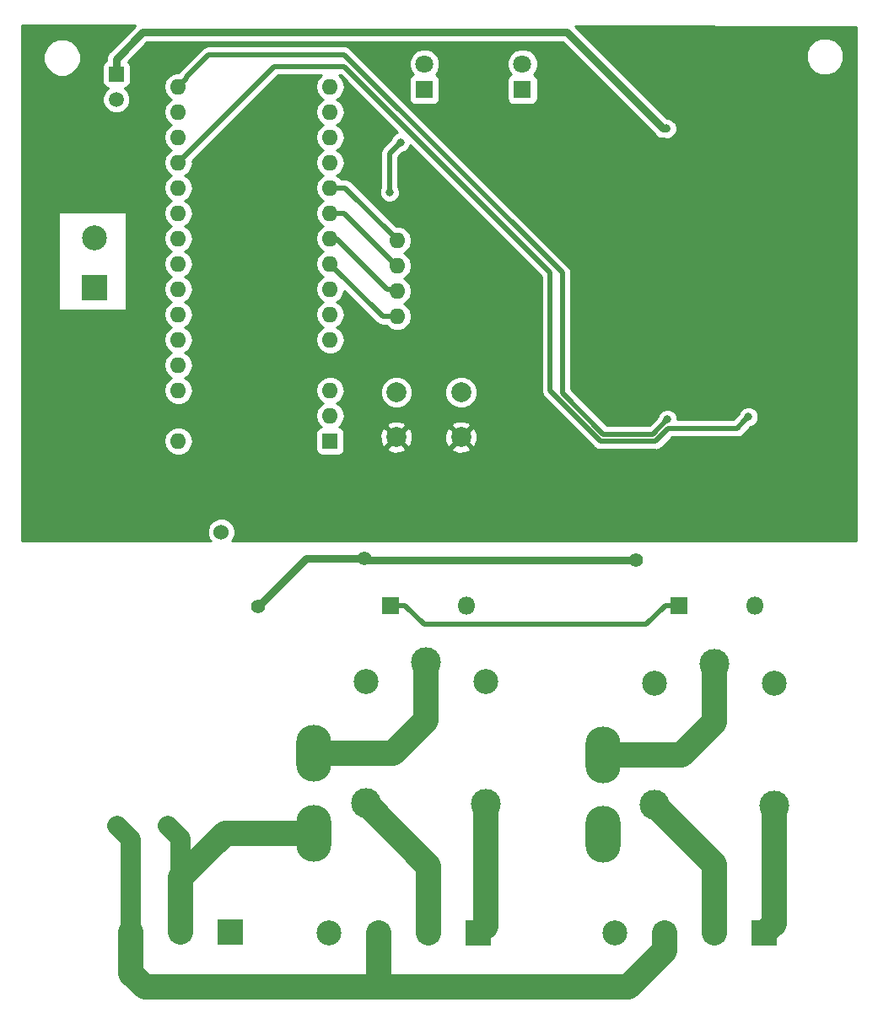
<source format=gbr>
G04 #@! TF.GenerationSoftware,KiCad,Pcbnew,5.0.2-bee76a0~70~ubuntu16.04.1*
G04 #@! TF.CreationDate,2019-03-16T11:45:13-06:00*
G04 #@! TF.ProjectId,LORA_Relay_AC,4c4f5241-5f52-4656-9c61-795f41432e6b,rev?*
G04 #@! TF.SameCoordinates,Original*
G04 #@! TF.FileFunction,Copper,L2,Bot*
G04 #@! TF.FilePolarity,Positive*
%FSLAX46Y46*%
G04 Gerber Fmt 4.6, Leading zero omitted, Abs format (unit mm)*
G04 Created by KiCad (PCBNEW 5.0.2-bee76a0~70~ubuntu16.04.1) date Sat 16 Mar 2019 11:45:13 AM MDT*
%MOMM*%
%LPD*%
G01*
G04 APERTURE LIST*
G04 #@! TA.AperFunction,ComponentPad*
%ADD10C,2.500000*%
G04 #@! TD*
G04 #@! TA.AperFunction,ComponentPad*
%ADD11R,2.500000X2.500000*%
G04 #@! TD*
G04 #@! TA.AperFunction,ComponentPad*
%ADD12C,3.000000*%
G04 #@! TD*
G04 #@! TA.AperFunction,ComponentPad*
%ADD13C,1.800000*%
G04 #@! TD*
G04 #@! TA.AperFunction,ComponentPad*
%ADD14R,1.800000X1.800000*%
G04 #@! TD*
G04 #@! TA.AperFunction,ComponentPad*
%ADD15O,1.800000X1.800000*%
G04 #@! TD*
G04 #@! TA.AperFunction,ComponentPad*
%ADD16O,3.556000X5.715000*%
G04 #@! TD*
G04 #@! TA.AperFunction,ComponentPad*
%ADD17C,2.000000*%
G04 #@! TD*
G04 #@! TA.AperFunction,ComponentPad*
%ADD18C,1.524000*%
G04 #@! TD*
G04 #@! TA.AperFunction,ComponentPad*
%ADD19R,1.600000X1.600000*%
G04 #@! TD*
G04 #@! TA.AperFunction,ComponentPad*
%ADD20O,1.600000X1.600000*%
G04 #@! TD*
G04 #@! TA.AperFunction,ComponentPad*
%ADD21C,1.520000*%
G04 #@! TD*
G04 #@! TA.AperFunction,ComponentPad*
%ADD22R,1.520000X1.520000*%
G04 #@! TD*
G04 #@! TA.AperFunction,ViaPad*
%ADD23C,1.397000*%
G04 #@! TD*
G04 #@! TA.AperFunction,ViaPad*
%ADD24C,0.800000*%
G04 #@! TD*
G04 #@! TA.AperFunction,Conductor*
%ADD25C,0.508000*%
G04 #@! TD*
G04 #@! TA.AperFunction,Conductor*
%ADD26C,0.762000*%
G04 #@! TD*
G04 #@! TA.AperFunction,Conductor*
%ADD27C,2.032000*%
G04 #@! TD*
G04 #@! TA.AperFunction,Conductor*
%ADD28C,2.540000*%
G04 #@! TD*
G04 #@! TA.AperFunction,Conductor*
%ADD29C,0.254000*%
G04 #@! TD*
G04 APERTURE END LIST*
D10*
G04 #@! TO.P,N    AC    GND,3*
G04 #@! TO.N,VAC*
X98806000Y-149479000D03*
D11*
G04 #@! TO.P,N    AC    GND,1*
G04 #@! TO.N,Earth*
X103806000Y-149479000D03*
D10*
G04 #@! TO.P,N    AC    GND,2*
G04 #@! TO.N,NEUT*
X93806000Y-149479000D03*
G04 #@! TD*
G04 #@! TO.P,K1,A1*
G04 #@! TO.N,+5V*
X117394000Y-124378000D03*
D12*
G04 #@! TO.P,K1,14*
G04 #@! TO.N,Net-(J2-Pad2)*
X117394000Y-136578000D03*
G04 #@! TO.P,K1,12*
G04 #@! TO.N,Net-(J2-Pad1)*
X129444000Y-136628000D03*
D10*
G04 #@! TO.P,K1,A2*
G04 #@! TO.N,Net-(D3-Pad2)*
X129394000Y-124378000D03*
D12*
G04 #@! TO.P,K1,11*
G04 #@! TO.N,Net-(F1-Pad1)*
X123444000Y-122428000D03*
G04 #@! TD*
G04 #@! TO.P,K2,11*
G04 #@! TO.N,Net-(F2-Pad1)*
X152400000Y-122555000D03*
D10*
G04 #@! TO.P,K2,A2*
G04 #@! TO.N,Net-(D4-Pad2)*
X158350000Y-124505000D03*
D12*
G04 #@! TO.P,K2,12*
G04 #@! TO.N,Net-(J5-Pad1)*
X158400000Y-136755000D03*
G04 #@! TO.P,K2,14*
G04 #@! TO.N,Net-(J5-Pad2)*
X146350000Y-136705000D03*
D10*
G04 #@! TO.P,K2,A1*
G04 #@! TO.N,+5V*
X146350000Y-124505000D03*
G04 #@! TD*
D13*
G04 #@! TO.P,D1,2*
G04 #@! TO.N,Net-(D1-Pad2)*
X123253500Y-62357000D03*
D14*
G04 #@! TO.P,D1,1*
G04 #@! TO.N,Net-(D1-Pad1)*
X123253500Y-64897000D03*
G04 #@! TD*
G04 #@! TO.P,D2,1*
G04 #@! TO.N,Net-(D2-Pad1)*
X133096000Y-64897000D03*
D13*
G04 #@! TO.P,D2,2*
G04 #@! TO.N,Net-(D2-Pad2)*
X133096000Y-62357000D03*
G04 #@! TD*
D14*
G04 #@! TO.P,D3,1*
G04 #@! TO.N,+5V*
X119888000Y-116713000D03*
D15*
G04 #@! TO.P,D3,2*
G04 #@! TO.N,Net-(D3-Pad2)*
X127508000Y-116713000D03*
G04 #@! TD*
G04 #@! TO.P,D4,2*
G04 #@! TO.N,Net-(D4-Pad2)*
X156464000Y-116713000D03*
D14*
G04 #@! TO.P,D4,1*
G04 #@! TO.N,+5V*
X148844000Y-116713000D03*
G04 #@! TD*
D16*
G04 #@! TO.P,F1,2*
G04 #@! TO.N,VAC*
X112141000Y-139573000D03*
G04 #@! TO.P,F1,1*
G04 #@! TO.N,Net-(F1-Pad1)*
X112141000Y-131573000D03*
G04 #@! TD*
G04 #@! TO.P,F2,1*
G04 #@! TO.N,Net-(F2-Pad1)*
X141224000Y-131700000D03*
G04 #@! TO.P,F2,2*
G04 #@! TO.N,VAC*
X141224000Y-139700000D03*
G04 #@! TD*
D17*
G04 #@! TO.P,SW1,2*
G04 #@! TO.N,Net-(SW1-Pad2)*
X126936500Y-95313501D03*
G04 #@! TO.P,SW1,1*
G04 #@! TO.N,GNDD*
X126936500Y-99813501D03*
G04 #@! TO.P,SW1,2*
G04 #@! TO.N,Net-(SW1-Pad2)*
X120436500Y-95313501D03*
G04 #@! TO.P,SW1,1*
G04 #@! TO.N,GNDD*
X120436500Y-99813501D03*
G04 #@! TD*
D18*
G04 #@! TO.P,HLK-PM01,2*
G04 #@! TO.N,VAC*
X97536000Y-138811000D03*
G04 #@! TO.P,HLK-PM01,1*
G04 #@! TO.N,NEUT*
X92456000Y-138811000D03*
G04 #@! TO.P,HLK-PM01,4*
G04 #@! TO.N,+5V*
X102870000Y-109347000D03*
G04 #@! TO.P,HLK-PM01,3*
G04 #@! TO.N,GNDD*
X87122000Y-109347000D03*
G04 #@! TD*
D19*
G04 #@! TO.P,ATMEGA328p_nano,tx*
G04 #@! TO.N,Net-(U3-Padtx)*
X113792000Y-100203000D03*
D20*
G04 #@! TO.P,ATMEGA328p_nano,3v3*
G04 #@! TO.N,Net-(U3-Pad3v3)*
X98552000Y-67183000D03*
G04 #@! TO.P,ATMEGA328p_nano,rx*
G04 #@! TO.N,Net-(U3-Padrx)*
X113792000Y-97663000D03*
G04 #@! TO.P,ATMEGA328p_nano,15*
G04 #@! TO.N,Net-(U3-Pad15)*
X98552000Y-69723000D03*
G04 #@! TO.P,ATMEGA328p_nano,rst*
G04 #@! TO.N,Net-(U3-Padrst)*
X113792000Y-95123000D03*
G04 #@! TO.P,ATMEGA328p_nano,ADC0*
G04 #@! TO.N,/lora_rst*
X98552000Y-72263000D03*
G04 #@! TO.P,ATMEGA328p_nano,gnd*
G04 #@! TO.N,GNDD*
X113792000Y-92583000D03*
G04 #@! TO.P,ATMEGA328p_nano,ADC1*
G04 #@! TO.N,Net-(J7-Pad2)*
X98552000Y-74803000D03*
G04 #@! TO.P,ATMEGA328p_nano,2*
G04 #@! TO.N,Net-(D2-Pad2)*
X113792000Y-90043000D03*
G04 #@! TO.P,ATMEGA328p_nano,ADC2*
G04 #@! TO.N,/relay2*
X98552000Y-77343000D03*
G04 #@! TO.P,ATMEGA328p_nano,3*
G04 #@! TO.N,Net-(D1-Pad2)*
X113792000Y-87503000D03*
G04 #@! TO.P,ATMEGA328p_nano,ADC3*
G04 #@! TO.N,/relay1*
X98552000Y-79883000D03*
G04 #@! TO.P,ATMEGA328p_nano,4*
G04 #@! TO.N,Net-(SW1-Pad2)*
X113792000Y-84963000D03*
G04 #@! TO.P,ATMEGA328p_nano,ADC4*
G04 #@! TO.N,Net-(J8-Pad2)*
X98552000Y-82423000D03*
G04 #@! TO.P,ATMEGA328p_nano,5*
G04 #@! TO.N,Net-(SW2-Pad8)*
X113792000Y-82423000D03*
G04 #@! TO.P,ATMEGA328p_nano,ADC5*
G04 #@! TO.N,Net-(J8-Pad1)*
X98552000Y-84963000D03*
G04 #@! TO.P,ATMEGA328p_nano,6*
G04 #@! TO.N,Net-(SW2-Pad7)*
X113792000Y-79883000D03*
G04 #@! TO.P,ATMEGA328p_nano,ADC6*
G04 #@! TO.N,Net-(U3-PadADC6)*
X98552000Y-87503000D03*
G04 #@! TO.P,ATMEGA328p_nano,7*
G04 #@! TO.N,Net-(SW2-Pad6)*
X113792000Y-77343000D03*
G04 #@! TO.P,ATMEGA328p_nano,ADC7*
G04 #@! TO.N,Net-(U3-PadADC7)*
X98552000Y-90043000D03*
G04 #@! TO.P,ATMEGA328p_nano,8*
G04 #@! TO.N,Net-(SW2-Pad5)*
X113792000Y-74803000D03*
G04 #@! TO.P,ATMEGA328p_nano,+5V*
G04 #@! TO.N,+5V*
X98552000Y-92583000D03*
G04 #@! TO.P,ATMEGA328p_nano,9*
G04 #@! TO.N,/irq*
X113792000Y-72263000D03*
G04 #@! TO.P,ATMEGA328p_nano,rst*
G04 #@! TO.N,Net-(U3-Padrst)*
X98552000Y-95123000D03*
G04 #@! TO.P,ATMEGA328p_nano,10*
G04 #@! TO.N,/lora_cs*
X113792000Y-69723000D03*
G04 #@! TO.P,ATMEGA328p_nano,gnd*
G04 #@! TO.N,GNDD*
X98552000Y-97663000D03*
G04 #@! TO.P,ATMEGA328p_nano,11*
G04 #@! TO.N,mosi*
X113792000Y-67183000D03*
G04 #@! TO.P,ATMEGA328p_nano,Vin*
G04 #@! TO.N,Net-(U3-PadVin)*
X98552000Y-100203000D03*
G04 #@! TO.P,ATMEGA328p_nano,12*
G04 #@! TO.N,miso*
X113792000Y-64643000D03*
G04 #@! TO.P,ATMEGA328p_nano,13*
G04 #@! TO.N,sck*
X98552000Y-64643000D03*
G04 #@! TD*
D10*
G04 #@! TO.P,Gnd  Neut   NO  NC,4*
G04 #@! TO.N,Earth*
X113698000Y-149606000D03*
G04 #@! TO.P,Gnd  Neut   NO  NC,3*
G04 #@! TO.N,NEUT*
X118698000Y-149606000D03*
D11*
G04 #@! TO.P,Gnd  Neut   NO  NC,1*
G04 #@! TO.N,Net-(J2-Pad1)*
X128698000Y-149606000D03*
D10*
G04 #@! TO.P,Gnd  Neut   NO  NC,2*
G04 #@! TO.N,Net-(J2-Pad2)*
X123698000Y-149606000D03*
G04 #@! TD*
G04 #@! TO.P,Gnd  Neut  NO  NC,2*
G04 #@! TO.N,Net-(J5-Pad2)*
X152400000Y-149606000D03*
D11*
G04 #@! TO.P,Gnd  Neut  NO  NC,1*
G04 #@! TO.N,Net-(J5-Pad1)*
X157400000Y-149606000D03*
D10*
G04 #@! TO.P,Gnd  Neut  NO  NC,3*
G04 #@! TO.N,NEUT*
X147400000Y-149606000D03*
G04 #@! TO.P,Gnd  Neut  NO  NC,4*
G04 #@! TO.N,Earth*
X142400000Y-149606000D03*
G04 #@! TD*
D21*
G04 #@! TO.P,tmp36,2*
G04 #@! TO.N,Net-(J7-Pad2)*
X92329000Y-65913000D03*
G04 #@! TO.P,tmp36,3*
G04 #@! TO.N,GNDD*
X92329000Y-68453000D03*
D22*
G04 #@! TO.P,tmp36,1*
G04 #@! TO.N,+5V*
X92329000Y-63373000D03*
G04 #@! TD*
D10*
G04 #@! TO.P,external [esw1\002C esw2\002C gnd],2*
G04 #@! TO.N,Net-(J8-Pad2)*
X90170000Y-79836000D03*
D11*
G04 #@! TO.P,external [esw1\002C esw2\002C gnd],1*
G04 #@! TO.N,Net-(J8-Pad1)*
X90170000Y-84836000D03*
D10*
G04 #@! TO.P,external [esw1\002C esw2\002C gnd],3*
G04 #@! TO.N,GNDD*
X90170000Y-74836000D03*
G04 #@! TD*
D19*
G04 #@! TO.P,SW2,1*
G04 #@! TO.N,GNDD*
X128143000Y-87693500D03*
D20*
G04 #@! TO.P,SW2,5*
G04 #@! TO.N,Net-(SW2-Pad5)*
X120523000Y-80073500D03*
G04 #@! TO.P,SW2,2*
G04 #@! TO.N,GNDD*
X128143000Y-85153500D03*
G04 #@! TO.P,SW2,6*
G04 #@! TO.N,Net-(SW2-Pad6)*
X120523000Y-82613500D03*
G04 #@! TO.P,SW2,3*
G04 #@! TO.N,GNDD*
X128143000Y-82613500D03*
G04 #@! TO.P,SW2,7*
G04 #@! TO.N,Net-(SW2-Pad7)*
X120523000Y-85153500D03*
G04 #@! TO.P,SW2,4*
G04 #@! TO.N,GNDD*
X128143000Y-80073500D03*
G04 #@! TO.P,SW2,8*
G04 #@! TO.N,Net-(SW2-Pad8)*
X120523000Y-87693500D03*
G04 #@! TD*
D23*
G04 #@! TO.N,GNDD*
X87058500Y-91948000D03*
D24*
X149606000Y-97663000D03*
X145542000Y-97663000D03*
X155702000Y-70612000D03*
X158496000Y-70612000D03*
X161290000Y-70612000D03*
X158496000Y-76708000D03*
X155702000Y-76708000D03*
X161290000Y-76708000D03*
X163576000Y-76708000D03*
X163576000Y-70612000D03*
X164846000Y-73406000D03*
X126619000Y-68072000D03*
X126619000Y-62230000D03*
G04 #@! TO.N,+5V*
X147574000Y-68834000D03*
D23*
G04 #@! TO.N,Earth*
X106553000Y-116776500D03*
X117221000Y-111950500D03*
X144526000Y-112141000D03*
D24*
G04 #@! TO.N,/lora_rst*
X155765500Y-97790000D03*
G04 #@! TO.N,sck*
X147637500Y-98044000D03*
G04 #@! TO.N,/irq*
X119761000Y-75247500D03*
X120840500Y-70231000D03*
G04 #@! TD*
D25*
G04 #@! TO.N,GNDD*
X128143000Y-80073500D02*
X128143000Y-87693500D01*
D26*
X88232000Y-74836000D02*
X90170000Y-74836000D01*
X85661500Y-77406500D02*
X88232000Y-74836000D01*
X87058500Y-91948000D02*
X85661500Y-90551000D01*
X85661500Y-90551000D02*
X85661500Y-77406500D01*
D25*
X90043000Y-70739000D02*
X90043000Y-74709000D01*
X90043000Y-74709000D02*
X90170000Y-74836000D01*
X92329000Y-68453000D02*
X90043000Y-70739000D01*
G04 #@! TO.N,+5V*
X145531000Y-118618000D02*
X147436000Y-116713000D01*
X119888000Y-116713000D02*
X121296000Y-116713000D01*
X147436000Y-116713000D02*
X148844000Y-116713000D01*
X123201000Y-118618000D02*
X145531000Y-118618000D01*
X121296000Y-116713000D02*
X123201000Y-118618000D01*
D26*
X147574000Y-68834000D02*
X147193000Y-68834000D01*
X92329000Y-61851000D02*
X92329000Y-63373000D01*
X147193000Y-68834000D02*
X137543000Y-59184000D01*
X137543000Y-59184000D02*
X94996000Y-59184000D01*
X94996000Y-59184000D02*
X92329000Y-61851000D01*
G04 #@! TO.N,Earth*
X106553000Y-116776500D02*
X111379000Y-111950500D01*
X111379000Y-111950500D02*
X117221000Y-111950500D01*
X117411500Y-112141000D02*
X117221000Y-111950500D01*
X144526000Y-112141000D02*
X117411500Y-112141000D01*
D27*
G04 #@! TO.N,VAC*
X98806000Y-140081000D02*
X97536000Y-138811000D01*
X98806000Y-149479000D02*
X98806000Y-140081000D01*
D28*
X98806000Y-149479000D02*
X98806000Y-144018000D01*
X98806000Y-144018000D02*
X103251000Y-139573000D01*
X103251000Y-139573000D02*
X112141000Y-139573000D01*
G04 #@! TO.N,Net-(F1-Pad1)*
X123444000Y-122428000D02*
X123444000Y-128270000D01*
X123444000Y-128270000D02*
X120141000Y-131573000D01*
X120141000Y-131573000D02*
X112141000Y-131573000D01*
G04 #@! TO.N,Net-(F2-Pad1)*
X141224000Y-131700000D02*
X149097000Y-131700000D01*
X149097000Y-131700000D02*
X152400000Y-128397000D01*
X152400000Y-128397000D02*
X152400000Y-122555000D01*
D27*
G04 #@! TO.N,NEUT*
X93806000Y-140161000D02*
X92456000Y-138811000D01*
X93806000Y-149479000D02*
X93806000Y-140161000D01*
D28*
X93806000Y-153623000D02*
X93806000Y-149479000D01*
X118698000Y-155003500D02*
X95186500Y-155003500D01*
X95186500Y-155003500D02*
X93806000Y-153623000D01*
X143764000Y-155003500D02*
X118698000Y-155003500D01*
X147400000Y-149606000D02*
X147400000Y-151367500D01*
X147400000Y-151367500D02*
X143764000Y-155003500D01*
X118698000Y-149606000D02*
X118698000Y-155003500D01*
G04 #@! TO.N,Net-(J2-Pad2)*
X123698000Y-142882000D02*
X117394000Y-136578000D01*
X123698000Y-149606000D02*
X123698000Y-142882000D01*
G04 #@! TO.N,Net-(J2-Pad1)*
X129444000Y-148860000D02*
X128698000Y-149606000D01*
X129444000Y-136628000D02*
X129444000Y-148860000D01*
G04 #@! TO.N,Net-(J5-Pad1)*
X158400000Y-148606000D02*
X157400000Y-149606000D01*
X158400000Y-136755000D02*
X158400000Y-148606000D01*
G04 #@! TO.N,Net-(J5-Pad2)*
X152400000Y-142755000D02*
X146350000Y-136705000D01*
X152400000Y-149606000D02*
X152400000Y-142755000D01*
D25*
G04 #@! TO.N,Net-(J7-Pad2)*
X98171000Y-74803000D02*
X98552000Y-74803000D01*
G04 #@! TO.N,/lora_rst*
X135890000Y-83312000D02*
X135890000Y-95171778D01*
X135890000Y-95171778D02*
X140930733Y-100212511D01*
X146470268Y-100212510D02*
X147740268Y-98942510D01*
X147740268Y-98942510D02*
X154612990Y-98942510D01*
X155365501Y-98189999D02*
X155765500Y-97790000D01*
X154612990Y-98942510D02*
X155365501Y-98189999D01*
X115189000Y-62611000D02*
X135890000Y-83312000D01*
X98552000Y-72263000D02*
X108204000Y-62611000D01*
X140930733Y-100212511D02*
X146470268Y-100212510D01*
X108204000Y-62611000D02*
X115189000Y-62611000D01*
G04 #@! TO.N,sck*
X141224000Y-99504500D02*
X146177000Y-99504500D01*
X137096500Y-95377000D02*
X141224000Y-99504500D01*
X98552000Y-64643000D02*
X99351999Y-63843001D01*
X115189000Y-61404500D02*
X137096500Y-83312000D01*
X99351999Y-63843001D02*
X99351999Y-63652501D01*
X146177000Y-99504500D02*
X147637500Y-98044000D01*
X137096500Y-83312000D02*
X137096500Y-95377000D01*
X101600000Y-61404500D02*
X115189000Y-61404500D01*
X99351999Y-63652501D02*
X101600000Y-61404500D01*
G04 #@! TO.N,/irq*
X119761000Y-75247500D02*
X119761000Y-71310500D01*
X119761000Y-71310500D02*
X120840500Y-70231000D01*
G04 #@! TO.N,Net-(SW2-Pad5)*
X120269000Y-79756000D02*
X120269000Y-79883000D01*
X113792000Y-74803000D02*
X115316000Y-74803000D01*
X115316000Y-74803000D02*
X120269000Y-79756000D01*
G04 #@! TO.N,Net-(SW2-Pad6)*
X115189000Y-77343000D02*
X120269000Y-82423000D01*
X113792000Y-77343000D02*
X115189000Y-77343000D01*
G04 #@! TO.N,Net-(SW2-Pad7)*
X119507000Y-84963000D02*
X120269000Y-84963000D01*
X113792000Y-79883000D02*
X114427000Y-79883000D01*
X114427000Y-79883000D02*
X119507000Y-84963000D01*
G04 #@! TO.N,Net-(SW2-Pad8)*
X119062500Y-87693500D02*
X120523000Y-87693500D01*
X113792000Y-82423000D02*
X119062500Y-87693500D01*
G04 #@! TD*
D29*
G04 #@! TO.N,GNDD*
G36*
X94222422Y-58512990D02*
X94206822Y-58536337D01*
X91681340Y-61061820D01*
X91596505Y-61118505D01*
X91371949Y-61454578D01*
X91322220Y-61704584D01*
X91293096Y-61851000D01*
X91313000Y-61951064D01*
X91313000Y-62020345D01*
X91111191Y-62155191D01*
X90970843Y-62365235D01*
X90921560Y-62613000D01*
X90921560Y-64133000D01*
X90970843Y-64380765D01*
X91111191Y-64590809D01*
X91321235Y-64731157D01*
X91502049Y-64767123D01*
X91146376Y-65122796D01*
X90934000Y-65635517D01*
X90934000Y-66190483D01*
X91146376Y-66703204D01*
X91538796Y-67095624D01*
X92051517Y-67308000D01*
X92606483Y-67308000D01*
X93119204Y-67095624D01*
X93511624Y-66703204D01*
X93724000Y-66190483D01*
X93724000Y-65635517D01*
X93511624Y-65122796D01*
X93155951Y-64767123D01*
X93336765Y-64731157D01*
X93468700Y-64643000D01*
X97088887Y-64643000D01*
X97200260Y-65202909D01*
X97517423Y-65677577D01*
X97869758Y-65913000D01*
X97517423Y-66148423D01*
X97200260Y-66623091D01*
X97088887Y-67183000D01*
X97200260Y-67742909D01*
X97517423Y-68217577D01*
X97869758Y-68453000D01*
X97517423Y-68688423D01*
X97200260Y-69163091D01*
X97088887Y-69723000D01*
X97200260Y-70282909D01*
X97517423Y-70757577D01*
X97869758Y-70993000D01*
X97517423Y-71228423D01*
X97200260Y-71703091D01*
X97088887Y-72263000D01*
X97200260Y-72822909D01*
X97517423Y-73297577D01*
X97869758Y-73533000D01*
X97517423Y-73768423D01*
X97200260Y-74243091D01*
X97088887Y-74803000D01*
X97200260Y-75362909D01*
X97517423Y-75837577D01*
X97869758Y-76073000D01*
X97517423Y-76308423D01*
X97200260Y-76783091D01*
X97088887Y-77343000D01*
X97200260Y-77902909D01*
X97517423Y-78377577D01*
X97869758Y-78613000D01*
X97517423Y-78848423D01*
X97200260Y-79323091D01*
X97088887Y-79883000D01*
X97200260Y-80442909D01*
X97517423Y-80917577D01*
X97869758Y-81153000D01*
X97517423Y-81388423D01*
X97200260Y-81863091D01*
X97088887Y-82423000D01*
X97200260Y-82982909D01*
X97517423Y-83457577D01*
X97869758Y-83693000D01*
X97517423Y-83928423D01*
X97200260Y-84403091D01*
X97088887Y-84963000D01*
X97200260Y-85522909D01*
X97517423Y-85997577D01*
X97869758Y-86233000D01*
X97517423Y-86468423D01*
X97200260Y-86943091D01*
X97088887Y-87503000D01*
X97200260Y-88062909D01*
X97517423Y-88537577D01*
X97869758Y-88773000D01*
X97517423Y-89008423D01*
X97200260Y-89483091D01*
X97088887Y-90043000D01*
X97200260Y-90602909D01*
X97517423Y-91077577D01*
X97869758Y-91313000D01*
X97517423Y-91548423D01*
X97200260Y-92023091D01*
X97088887Y-92583000D01*
X97200260Y-93142909D01*
X97517423Y-93617577D01*
X97869758Y-93853000D01*
X97517423Y-94088423D01*
X97200260Y-94563091D01*
X97088887Y-95123000D01*
X97200260Y-95682909D01*
X97517423Y-96157577D01*
X97992091Y-96474740D01*
X98410667Y-96558000D01*
X98693333Y-96558000D01*
X99111909Y-96474740D01*
X99586577Y-96157577D01*
X99903740Y-95682909D01*
X100015113Y-95123000D01*
X112328887Y-95123000D01*
X112440260Y-95682909D01*
X112757423Y-96157577D01*
X113109758Y-96393000D01*
X112757423Y-96628423D01*
X112440260Y-97103091D01*
X112328887Y-97663000D01*
X112440260Y-98222909D01*
X112757423Y-98697577D01*
X112878106Y-98778215D01*
X112744235Y-98804843D01*
X112534191Y-98945191D01*
X112393843Y-99155235D01*
X112344560Y-99403000D01*
X112344560Y-101003000D01*
X112393843Y-101250765D01*
X112534191Y-101460809D01*
X112744235Y-101601157D01*
X112992000Y-101650440D01*
X114592000Y-101650440D01*
X114839765Y-101601157D01*
X115049809Y-101460809D01*
X115190157Y-101250765D01*
X115239440Y-101003000D01*
X115239440Y-100966033D01*
X119463573Y-100966033D01*
X119562236Y-101232888D01*
X120171961Y-101459409D01*
X120821960Y-101435357D01*
X121310764Y-101232888D01*
X121409427Y-100966033D01*
X125963573Y-100966033D01*
X126062236Y-101232888D01*
X126671961Y-101459409D01*
X127321960Y-101435357D01*
X127810764Y-101232888D01*
X127909427Y-100966033D01*
X126936500Y-99993106D01*
X125963573Y-100966033D01*
X121409427Y-100966033D01*
X120436500Y-99993106D01*
X119463573Y-100966033D01*
X115239440Y-100966033D01*
X115239440Y-99548962D01*
X118790592Y-99548962D01*
X118814644Y-100198961D01*
X119017113Y-100687765D01*
X119283968Y-100786428D01*
X120256895Y-99813501D01*
X120616105Y-99813501D01*
X121589032Y-100786428D01*
X121855887Y-100687765D01*
X122082408Y-100078040D01*
X122062831Y-99548962D01*
X125290592Y-99548962D01*
X125314644Y-100198961D01*
X125517113Y-100687765D01*
X125783968Y-100786428D01*
X126756895Y-99813501D01*
X127116105Y-99813501D01*
X128089032Y-100786428D01*
X128355887Y-100687765D01*
X128582408Y-100078040D01*
X128558356Y-99428041D01*
X128355887Y-98939237D01*
X128089032Y-98840574D01*
X127116105Y-99813501D01*
X126756895Y-99813501D01*
X125783968Y-98840574D01*
X125517113Y-98939237D01*
X125290592Y-99548962D01*
X122062831Y-99548962D01*
X122058356Y-99428041D01*
X121855887Y-98939237D01*
X121589032Y-98840574D01*
X120616105Y-99813501D01*
X120256895Y-99813501D01*
X119283968Y-98840574D01*
X119017113Y-98939237D01*
X118790592Y-99548962D01*
X115239440Y-99548962D01*
X115239440Y-99403000D01*
X115190157Y-99155235D01*
X115049809Y-98945191D01*
X114839765Y-98804843D01*
X114705894Y-98778215D01*
X114826577Y-98697577D01*
X114851037Y-98660969D01*
X119463573Y-98660969D01*
X120436500Y-99633896D01*
X121409427Y-98660969D01*
X125963573Y-98660969D01*
X126936500Y-99633896D01*
X127909427Y-98660969D01*
X127810764Y-98394114D01*
X127201039Y-98167593D01*
X126551040Y-98191645D01*
X126062236Y-98394114D01*
X125963573Y-98660969D01*
X121409427Y-98660969D01*
X121310764Y-98394114D01*
X120701039Y-98167593D01*
X120051040Y-98191645D01*
X119562236Y-98394114D01*
X119463573Y-98660969D01*
X114851037Y-98660969D01*
X115143740Y-98222909D01*
X115255113Y-97663000D01*
X115143740Y-97103091D01*
X114826577Y-96628423D01*
X114474242Y-96393000D01*
X114826577Y-96157577D01*
X115143740Y-95682909D01*
X115255113Y-95123000D01*
X115228316Y-94988279D01*
X118801500Y-94988279D01*
X118801500Y-95638723D01*
X119050414Y-96239654D01*
X119510347Y-96699587D01*
X120111278Y-96948501D01*
X120761722Y-96948501D01*
X121362653Y-96699587D01*
X121822586Y-96239654D01*
X122071500Y-95638723D01*
X122071500Y-94988279D01*
X125301500Y-94988279D01*
X125301500Y-95638723D01*
X125550414Y-96239654D01*
X126010347Y-96699587D01*
X126611278Y-96948501D01*
X127261722Y-96948501D01*
X127862653Y-96699587D01*
X128322586Y-96239654D01*
X128571500Y-95638723D01*
X128571500Y-94988279D01*
X128322586Y-94387348D01*
X127862653Y-93927415D01*
X127261722Y-93678501D01*
X126611278Y-93678501D01*
X126010347Y-93927415D01*
X125550414Y-94387348D01*
X125301500Y-94988279D01*
X122071500Y-94988279D01*
X121822586Y-94387348D01*
X121362653Y-93927415D01*
X120761722Y-93678501D01*
X120111278Y-93678501D01*
X119510347Y-93927415D01*
X119050414Y-94387348D01*
X118801500Y-94988279D01*
X115228316Y-94988279D01*
X115143740Y-94563091D01*
X114826577Y-94088423D01*
X114351909Y-93771260D01*
X113933333Y-93688000D01*
X113650667Y-93688000D01*
X113232091Y-93771260D01*
X112757423Y-94088423D01*
X112440260Y-94563091D01*
X112328887Y-95123000D01*
X100015113Y-95123000D01*
X99903740Y-94563091D01*
X99586577Y-94088423D01*
X99234242Y-93853000D01*
X99586577Y-93617577D01*
X99903740Y-93142909D01*
X100015113Y-92583000D01*
X99903740Y-92023091D01*
X99586577Y-91548423D01*
X99234242Y-91313000D01*
X99586577Y-91077577D01*
X99903740Y-90602909D01*
X100015113Y-90043000D01*
X99903740Y-89483091D01*
X99586577Y-89008423D01*
X99234242Y-88773000D01*
X99586577Y-88537577D01*
X99903740Y-88062909D01*
X100015113Y-87503000D01*
X99903740Y-86943091D01*
X99586577Y-86468423D01*
X99234242Y-86233000D01*
X99586577Y-85997577D01*
X99903740Y-85522909D01*
X100015113Y-84963000D01*
X99903740Y-84403091D01*
X99586577Y-83928423D01*
X99234242Y-83693000D01*
X99586577Y-83457577D01*
X99903740Y-82982909D01*
X100015113Y-82423000D01*
X99903740Y-81863091D01*
X99586577Y-81388423D01*
X99234242Y-81153000D01*
X99586577Y-80917577D01*
X99903740Y-80442909D01*
X100015113Y-79883000D01*
X99903740Y-79323091D01*
X99586577Y-78848423D01*
X99234242Y-78613000D01*
X99586577Y-78377577D01*
X99903740Y-77902909D01*
X100015113Y-77343000D01*
X99903740Y-76783091D01*
X99586577Y-76308423D01*
X99234242Y-76073000D01*
X99586577Y-75837577D01*
X99903740Y-75362909D01*
X100015113Y-74803000D01*
X99903740Y-74243091D01*
X99586577Y-73768423D01*
X99234242Y-73533000D01*
X99586577Y-73297577D01*
X99903740Y-72822909D01*
X100015113Y-72263000D01*
X99980956Y-72091279D01*
X108572236Y-63500000D01*
X112919689Y-63500000D01*
X112757423Y-63608423D01*
X112440260Y-64083091D01*
X112328887Y-64643000D01*
X112440260Y-65202909D01*
X112757423Y-65677577D01*
X113109758Y-65913000D01*
X112757423Y-66148423D01*
X112440260Y-66623091D01*
X112328887Y-67183000D01*
X112440260Y-67742909D01*
X112757423Y-68217577D01*
X113109758Y-68453000D01*
X112757423Y-68688423D01*
X112440260Y-69163091D01*
X112328887Y-69723000D01*
X112440260Y-70282909D01*
X112757423Y-70757577D01*
X113109758Y-70993000D01*
X112757423Y-71228423D01*
X112440260Y-71703091D01*
X112328887Y-72263000D01*
X112440260Y-72822909D01*
X112757423Y-73297577D01*
X113109758Y-73533000D01*
X112757423Y-73768423D01*
X112440260Y-74243091D01*
X112328887Y-74803000D01*
X112440260Y-75362909D01*
X112757423Y-75837577D01*
X113109758Y-76073000D01*
X112757423Y-76308423D01*
X112440260Y-76783091D01*
X112328887Y-77343000D01*
X112440260Y-77902909D01*
X112757423Y-78377577D01*
X113109758Y-78613000D01*
X112757423Y-78848423D01*
X112440260Y-79323091D01*
X112328887Y-79883000D01*
X112440260Y-80442909D01*
X112757423Y-80917577D01*
X113109758Y-81153000D01*
X112757423Y-81388423D01*
X112440260Y-81863091D01*
X112328887Y-82423000D01*
X112440260Y-82982909D01*
X112757423Y-83457577D01*
X113109758Y-83693000D01*
X112757423Y-83928423D01*
X112440260Y-84403091D01*
X112328887Y-84963000D01*
X112440260Y-85522909D01*
X112757423Y-85997577D01*
X113109758Y-86233000D01*
X112757423Y-86468423D01*
X112440260Y-86943091D01*
X112328887Y-87503000D01*
X112440260Y-88062909D01*
X112757423Y-88537577D01*
X113109758Y-88773000D01*
X112757423Y-89008423D01*
X112440260Y-89483091D01*
X112328887Y-90043000D01*
X112440260Y-90602909D01*
X112757423Y-91077577D01*
X113232091Y-91394740D01*
X113650667Y-91478000D01*
X113933333Y-91478000D01*
X114351909Y-91394740D01*
X114826577Y-91077577D01*
X115143740Y-90602909D01*
X115255113Y-90043000D01*
X115143740Y-89483091D01*
X114826577Y-89008423D01*
X114474242Y-88773000D01*
X114826577Y-88537577D01*
X115143740Y-88062909D01*
X115255113Y-87503000D01*
X115143740Y-86943091D01*
X114826577Y-86468423D01*
X114474242Y-86233000D01*
X114826577Y-85997577D01*
X115143740Y-85522909D01*
X115225191Y-85113427D01*
X118371971Y-88260207D01*
X118421567Y-88334433D01*
X118495793Y-88384029D01*
X118715629Y-88530919D01*
X119062500Y-88599916D01*
X119150056Y-88582500D01*
X119391152Y-88582500D01*
X119488423Y-88728077D01*
X119963091Y-89045240D01*
X120381667Y-89128500D01*
X120664333Y-89128500D01*
X121082909Y-89045240D01*
X121557577Y-88728077D01*
X121874740Y-88253409D01*
X121986113Y-87693500D01*
X121874740Y-87133591D01*
X121557577Y-86658923D01*
X121205242Y-86423500D01*
X121557577Y-86188077D01*
X121874740Y-85713409D01*
X121986113Y-85153500D01*
X121874740Y-84593591D01*
X121557577Y-84118923D01*
X121205242Y-83883500D01*
X121557577Y-83648077D01*
X121874740Y-83173409D01*
X121986113Y-82613500D01*
X121874740Y-82053591D01*
X121557577Y-81578923D01*
X121205242Y-81343500D01*
X121557577Y-81108077D01*
X121874740Y-80633409D01*
X121986113Y-80073500D01*
X121874740Y-79513591D01*
X121557577Y-79038923D01*
X121082909Y-78721760D01*
X120664333Y-78638500D01*
X120408736Y-78638500D01*
X116006531Y-74236296D01*
X115956933Y-74162067D01*
X115662870Y-73965581D01*
X115403556Y-73914000D01*
X115403555Y-73914000D01*
X115316000Y-73896584D01*
X115228445Y-73914000D01*
X114923848Y-73914000D01*
X114826577Y-73768423D01*
X114474242Y-73533000D01*
X114826577Y-73297577D01*
X115143740Y-72822909D01*
X115255113Y-72263000D01*
X115143740Y-71703091D01*
X114826577Y-71228423D01*
X114474242Y-70993000D01*
X114826577Y-70757577D01*
X115143740Y-70282909D01*
X115255113Y-69723000D01*
X115143740Y-69163091D01*
X114826577Y-68688423D01*
X114474242Y-68453000D01*
X114826577Y-68217577D01*
X115143740Y-67742909D01*
X115255113Y-67183000D01*
X115143740Y-66623091D01*
X114826577Y-66148423D01*
X114474242Y-65913000D01*
X114826577Y-65677577D01*
X115143740Y-65202909D01*
X115255113Y-64643000D01*
X115143740Y-64083091D01*
X114826577Y-63608423D01*
X114664311Y-63500000D01*
X114820765Y-63500000D01*
X120551285Y-69230521D01*
X120254220Y-69353569D01*
X119963069Y-69644720D01*
X119817069Y-69997195D01*
X119194294Y-70619971D01*
X119120068Y-70669567D01*
X119070472Y-70743793D01*
X119070471Y-70743794D01*
X118923582Y-70963630D01*
X118854584Y-71310500D01*
X118872001Y-71398059D01*
X118872000Y-74689150D01*
X118726000Y-75041626D01*
X118726000Y-75453374D01*
X118883569Y-75833780D01*
X119174720Y-76124931D01*
X119555126Y-76282500D01*
X119966874Y-76282500D01*
X120347280Y-76124931D01*
X120638431Y-75833780D01*
X120796000Y-75453374D01*
X120796000Y-75041626D01*
X120650000Y-74689150D01*
X120650000Y-71678735D01*
X121074305Y-71254431D01*
X121426780Y-71108431D01*
X121717931Y-70817280D01*
X121840979Y-70520215D01*
X135001000Y-83680236D01*
X135001001Y-95084219D01*
X134983584Y-95171778D01*
X135052582Y-95518648D01*
X135189707Y-95723870D01*
X135249068Y-95812711D01*
X135323294Y-95862307D01*
X140240207Y-100779221D01*
X140289801Y-100853444D01*
X140364024Y-100903038D01*
X140364026Y-100903040D01*
X140583862Y-101049929D01*
X140583863Y-101049929D01*
X140583864Y-101049930D01*
X140843178Y-101101511D01*
X140930733Y-101118927D01*
X141018288Y-101101511D01*
X146382709Y-101101509D01*
X146470268Y-101118926D01*
X146817138Y-101049928D01*
X147036974Y-100903039D01*
X147036975Y-100903038D01*
X147111201Y-100853442D01*
X147160797Y-100779216D01*
X148108504Y-99831510D01*
X154525435Y-99831510D01*
X154612990Y-99848926D01*
X154700545Y-99831510D01*
X154700546Y-99831510D01*
X154959860Y-99779929D01*
X155253923Y-99583443D01*
X155303521Y-99509214D01*
X155999306Y-98813430D01*
X156351780Y-98667431D01*
X156642931Y-98376280D01*
X156800500Y-97995874D01*
X156800500Y-97584126D01*
X156642931Y-97203720D01*
X156351780Y-96912569D01*
X155971374Y-96755000D01*
X155559626Y-96755000D01*
X155179220Y-96912569D01*
X154888069Y-97203720D01*
X154742070Y-97556194D01*
X154244755Y-98053510D01*
X148672500Y-98053510D01*
X148672500Y-97838126D01*
X148514931Y-97457720D01*
X148223780Y-97166569D01*
X147843374Y-97009000D01*
X147431626Y-97009000D01*
X147051220Y-97166569D01*
X146760069Y-97457720D01*
X146614069Y-97810195D01*
X145808765Y-98615500D01*
X141592236Y-98615500D01*
X137985500Y-95008765D01*
X137985500Y-83399556D01*
X138002916Y-83312000D01*
X137933919Y-82965129D01*
X137787029Y-82745293D01*
X137737433Y-82671067D01*
X137663207Y-82621471D01*
X119038736Y-63997000D01*
X121706060Y-63997000D01*
X121706060Y-65797000D01*
X121755343Y-66044765D01*
X121895691Y-66254809D01*
X122105735Y-66395157D01*
X122353500Y-66444440D01*
X124153500Y-66444440D01*
X124401265Y-66395157D01*
X124611309Y-66254809D01*
X124751657Y-66044765D01*
X124800940Y-65797000D01*
X124800940Y-63997000D01*
X131548560Y-63997000D01*
X131548560Y-65797000D01*
X131597843Y-66044765D01*
X131738191Y-66254809D01*
X131948235Y-66395157D01*
X132196000Y-66444440D01*
X133996000Y-66444440D01*
X134243765Y-66395157D01*
X134453809Y-66254809D01*
X134594157Y-66044765D01*
X134643440Y-65797000D01*
X134643440Y-63997000D01*
X134594157Y-63749235D01*
X134453809Y-63539191D01*
X134243765Y-63398843D01*
X134228092Y-63395725D01*
X134397310Y-63226507D01*
X134631000Y-62662330D01*
X134631000Y-62051670D01*
X134397310Y-61487493D01*
X133965507Y-61055690D01*
X133401330Y-60822000D01*
X132790670Y-60822000D01*
X132226493Y-61055690D01*
X131794690Y-61487493D01*
X131561000Y-62051670D01*
X131561000Y-62662330D01*
X131794690Y-63226507D01*
X131963908Y-63395725D01*
X131948235Y-63398843D01*
X131738191Y-63539191D01*
X131597843Y-63749235D01*
X131548560Y-63997000D01*
X124800940Y-63997000D01*
X124751657Y-63749235D01*
X124611309Y-63539191D01*
X124401265Y-63398843D01*
X124385592Y-63395725D01*
X124554810Y-63226507D01*
X124788500Y-62662330D01*
X124788500Y-62051670D01*
X124554810Y-61487493D01*
X124123007Y-61055690D01*
X123558830Y-60822000D01*
X122948170Y-60822000D01*
X122383993Y-61055690D01*
X121952190Y-61487493D01*
X121718500Y-62051670D01*
X121718500Y-62662330D01*
X121952190Y-63226507D01*
X122121408Y-63395725D01*
X122105735Y-63398843D01*
X121895691Y-63539191D01*
X121755343Y-63749235D01*
X121706060Y-63997000D01*
X119038736Y-63997000D01*
X115879531Y-60837796D01*
X115829933Y-60763567D01*
X115535870Y-60567081D01*
X115276556Y-60515500D01*
X115276555Y-60515500D01*
X115189000Y-60498084D01*
X115101445Y-60515500D01*
X101687556Y-60515500D01*
X101600000Y-60498084D01*
X101253129Y-60567081D01*
X101122697Y-60654233D01*
X100959067Y-60763567D01*
X100909471Y-60837793D01*
X98785295Y-62961970D01*
X98711066Y-63011568D01*
X98579815Y-63208000D01*
X98410667Y-63208000D01*
X97992091Y-63291260D01*
X97517423Y-63608423D01*
X97200260Y-64083091D01*
X97088887Y-64643000D01*
X93468700Y-64643000D01*
X93546809Y-64590809D01*
X93687157Y-64380765D01*
X93736440Y-64133000D01*
X93736440Y-62613000D01*
X93687157Y-62365235D01*
X93546809Y-62155191D01*
X93495760Y-62121081D01*
X95416841Y-60200000D01*
X137122160Y-60200000D01*
X146403822Y-69481663D01*
X146460505Y-69566495D01*
X146796577Y-69791051D01*
X147092935Y-69850000D01*
X147092936Y-69850000D01*
X147193000Y-69869904D01*
X147293063Y-69850000D01*
X147322256Y-69850000D01*
X147368126Y-69869000D01*
X147779874Y-69869000D01*
X147965877Y-69791955D01*
X147970423Y-69791051D01*
X147974277Y-69788476D01*
X148160280Y-69711431D01*
X148302641Y-69569070D01*
X148306495Y-69566495D01*
X148309070Y-69562641D01*
X148451431Y-69420280D01*
X148528476Y-69234277D01*
X148531051Y-69230423D01*
X148531955Y-69225877D01*
X148609000Y-69039874D01*
X148609000Y-68838545D01*
X148609904Y-68834000D01*
X148609000Y-68829455D01*
X148609000Y-68628126D01*
X148531955Y-68442123D01*
X148531051Y-68437577D01*
X148528476Y-68433723D01*
X148451431Y-68247720D01*
X148309070Y-68105359D01*
X148306495Y-68101505D01*
X148302641Y-68098930D01*
X148160280Y-67956569D01*
X147974277Y-67879524D01*
X147970423Y-67876949D01*
X147965877Y-67876045D01*
X147779874Y-67799000D01*
X147594841Y-67799000D01*
X141015891Y-61220050D01*
X161564000Y-61220050D01*
X161564000Y-61969950D01*
X161850974Y-62662767D01*
X162381233Y-63193026D01*
X163074050Y-63480000D01*
X163823950Y-63480000D01*
X164516767Y-63193026D01*
X165047026Y-62662767D01*
X165334000Y-61969950D01*
X165334000Y-61220050D01*
X165047026Y-60527233D01*
X164516767Y-59996974D01*
X163823950Y-59710000D01*
X163074050Y-59710000D01*
X162381233Y-59996974D01*
X161850974Y-60527233D01*
X161564000Y-61220050D01*
X141015891Y-61220050D01*
X138374729Y-58578889D01*
X166549001Y-58620941D01*
X166549000Y-110236000D01*
X103956657Y-110236000D01*
X104054320Y-110138337D01*
X104267000Y-109624881D01*
X104267000Y-109069119D01*
X104054320Y-108555663D01*
X103661337Y-108162680D01*
X103147881Y-107950000D01*
X102592119Y-107950000D01*
X102078663Y-108162680D01*
X101685680Y-108555663D01*
X101473000Y-109069119D01*
X101473000Y-109624881D01*
X101685680Y-110138337D01*
X101783343Y-110236000D01*
X82879000Y-110236000D01*
X82879000Y-100203000D01*
X97088887Y-100203000D01*
X97200260Y-100762909D01*
X97517423Y-101237577D01*
X97992091Y-101554740D01*
X98410667Y-101638000D01*
X98693333Y-101638000D01*
X99111909Y-101554740D01*
X99586577Y-101237577D01*
X99903740Y-100762909D01*
X100015113Y-100203000D01*
X99903740Y-99643091D01*
X99586577Y-99168423D01*
X99111909Y-98851260D01*
X98693333Y-98768000D01*
X98410667Y-98768000D01*
X97992091Y-98851260D01*
X97517423Y-99168423D01*
X97200260Y-99643091D01*
X97088887Y-100203000D01*
X82879000Y-100203000D01*
X82879000Y-77279500D01*
X86487000Y-77279500D01*
X86487000Y-86995000D01*
X86496667Y-87043601D01*
X86524197Y-87084803D01*
X86565399Y-87112333D01*
X86614000Y-87122000D01*
X93218000Y-87122000D01*
X93266601Y-87112333D01*
X93307803Y-87084803D01*
X93335333Y-87043601D01*
X93345000Y-86995000D01*
X93345000Y-77343000D01*
X93335795Y-77295530D01*
X93308662Y-77254065D01*
X93267727Y-77226140D01*
X93219221Y-77216006D01*
X86615221Y-77152506D01*
X86565399Y-77162167D01*
X86524197Y-77189697D01*
X86496667Y-77230899D01*
X86487000Y-77279500D01*
X82879000Y-77279500D01*
X82879000Y-61347050D01*
X84983000Y-61347050D01*
X84983000Y-62096950D01*
X85269974Y-62789767D01*
X85800233Y-63320026D01*
X86493050Y-63607000D01*
X87242950Y-63607000D01*
X87935767Y-63320026D01*
X88466026Y-62789767D01*
X88753000Y-62096950D01*
X88753000Y-61347050D01*
X88466026Y-60654233D01*
X87935767Y-60123974D01*
X87242950Y-59837000D01*
X86493050Y-59837000D01*
X85800233Y-60123974D01*
X85269974Y-60654233D01*
X84983000Y-61347050D01*
X82879000Y-61347050D01*
X82879000Y-58496060D01*
X94222422Y-58512990D01*
X94222422Y-58512990D01*
G37*
X94222422Y-58512990D02*
X94206822Y-58536337D01*
X91681340Y-61061820D01*
X91596505Y-61118505D01*
X91371949Y-61454578D01*
X91322220Y-61704584D01*
X91293096Y-61851000D01*
X91313000Y-61951064D01*
X91313000Y-62020345D01*
X91111191Y-62155191D01*
X90970843Y-62365235D01*
X90921560Y-62613000D01*
X90921560Y-64133000D01*
X90970843Y-64380765D01*
X91111191Y-64590809D01*
X91321235Y-64731157D01*
X91502049Y-64767123D01*
X91146376Y-65122796D01*
X90934000Y-65635517D01*
X90934000Y-66190483D01*
X91146376Y-66703204D01*
X91538796Y-67095624D01*
X92051517Y-67308000D01*
X92606483Y-67308000D01*
X93119204Y-67095624D01*
X93511624Y-66703204D01*
X93724000Y-66190483D01*
X93724000Y-65635517D01*
X93511624Y-65122796D01*
X93155951Y-64767123D01*
X93336765Y-64731157D01*
X93468700Y-64643000D01*
X97088887Y-64643000D01*
X97200260Y-65202909D01*
X97517423Y-65677577D01*
X97869758Y-65913000D01*
X97517423Y-66148423D01*
X97200260Y-66623091D01*
X97088887Y-67183000D01*
X97200260Y-67742909D01*
X97517423Y-68217577D01*
X97869758Y-68453000D01*
X97517423Y-68688423D01*
X97200260Y-69163091D01*
X97088887Y-69723000D01*
X97200260Y-70282909D01*
X97517423Y-70757577D01*
X97869758Y-70993000D01*
X97517423Y-71228423D01*
X97200260Y-71703091D01*
X97088887Y-72263000D01*
X97200260Y-72822909D01*
X97517423Y-73297577D01*
X97869758Y-73533000D01*
X97517423Y-73768423D01*
X97200260Y-74243091D01*
X97088887Y-74803000D01*
X97200260Y-75362909D01*
X97517423Y-75837577D01*
X97869758Y-76073000D01*
X97517423Y-76308423D01*
X97200260Y-76783091D01*
X97088887Y-77343000D01*
X97200260Y-77902909D01*
X97517423Y-78377577D01*
X97869758Y-78613000D01*
X97517423Y-78848423D01*
X97200260Y-79323091D01*
X97088887Y-79883000D01*
X97200260Y-80442909D01*
X97517423Y-80917577D01*
X97869758Y-81153000D01*
X97517423Y-81388423D01*
X97200260Y-81863091D01*
X97088887Y-82423000D01*
X97200260Y-82982909D01*
X97517423Y-83457577D01*
X97869758Y-83693000D01*
X97517423Y-83928423D01*
X97200260Y-84403091D01*
X97088887Y-84963000D01*
X97200260Y-85522909D01*
X97517423Y-85997577D01*
X97869758Y-86233000D01*
X97517423Y-86468423D01*
X97200260Y-86943091D01*
X97088887Y-87503000D01*
X97200260Y-88062909D01*
X97517423Y-88537577D01*
X97869758Y-88773000D01*
X97517423Y-89008423D01*
X97200260Y-89483091D01*
X97088887Y-90043000D01*
X97200260Y-90602909D01*
X97517423Y-91077577D01*
X97869758Y-91313000D01*
X97517423Y-91548423D01*
X97200260Y-92023091D01*
X97088887Y-92583000D01*
X97200260Y-93142909D01*
X97517423Y-93617577D01*
X97869758Y-93853000D01*
X97517423Y-94088423D01*
X97200260Y-94563091D01*
X97088887Y-95123000D01*
X97200260Y-95682909D01*
X97517423Y-96157577D01*
X97992091Y-96474740D01*
X98410667Y-96558000D01*
X98693333Y-96558000D01*
X99111909Y-96474740D01*
X99586577Y-96157577D01*
X99903740Y-95682909D01*
X100015113Y-95123000D01*
X112328887Y-95123000D01*
X112440260Y-95682909D01*
X112757423Y-96157577D01*
X113109758Y-96393000D01*
X112757423Y-96628423D01*
X112440260Y-97103091D01*
X112328887Y-97663000D01*
X112440260Y-98222909D01*
X112757423Y-98697577D01*
X112878106Y-98778215D01*
X112744235Y-98804843D01*
X112534191Y-98945191D01*
X112393843Y-99155235D01*
X112344560Y-99403000D01*
X112344560Y-101003000D01*
X112393843Y-101250765D01*
X112534191Y-101460809D01*
X112744235Y-101601157D01*
X112992000Y-101650440D01*
X114592000Y-101650440D01*
X114839765Y-101601157D01*
X115049809Y-101460809D01*
X115190157Y-101250765D01*
X115239440Y-101003000D01*
X115239440Y-100966033D01*
X119463573Y-100966033D01*
X119562236Y-101232888D01*
X120171961Y-101459409D01*
X120821960Y-101435357D01*
X121310764Y-101232888D01*
X121409427Y-100966033D01*
X125963573Y-100966033D01*
X126062236Y-101232888D01*
X126671961Y-101459409D01*
X127321960Y-101435357D01*
X127810764Y-101232888D01*
X127909427Y-100966033D01*
X126936500Y-99993106D01*
X125963573Y-100966033D01*
X121409427Y-100966033D01*
X120436500Y-99993106D01*
X119463573Y-100966033D01*
X115239440Y-100966033D01*
X115239440Y-99548962D01*
X118790592Y-99548962D01*
X118814644Y-100198961D01*
X119017113Y-100687765D01*
X119283968Y-100786428D01*
X120256895Y-99813501D01*
X120616105Y-99813501D01*
X121589032Y-100786428D01*
X121855887Y-100687765D01*
X122082408Y-100078040D01*
X122062831Y-99548962D01*
X125290592Y-99548962D01*
X125314644Y-100198961D01*
X125517113Y-100687765D01*
X125783968Y-100786428D01*
X126756895Y-99813501D01*
X127116105Y-99813501D01*
X128089032Y-100786428D01*
X128355887Y-100687765D01*
X128582408Y-100078040D01*
X128558356Y-99428041D01*
X128355887Y-98939237D01*
X128089032Y-98840574D01*
X127116105Y-99813501D01*
X126756895Y-99813501D01*
X125783968Y-98840574D01*
X125517113Y-98939237D01*
X125290592Y-99548962D01*
X122062831Y-99548962D01*
X122058356Y-99428041D01*
X121855887Y-98939237D01*
X121589032Y-98840574D01*
X120616105Y-99813501D01*
X120256895Y-99813501D01*
X119283968Y-98840574D01*
X119017113Y-98939237D01*
X118790592Y-99548962D01*
X115239440Y-99548962D01*
X115239440Y-99403000D01*
X115190157Y-99155235D01*
X115049809Y-98945191D01*
X114839765Y-98804843D01*
X114705894Y-98778215D01*
X114826577Y-98697577D01*
X114851037Y-98660969D01*
X119463573Y-98660969D01*
X120436500Y-99633896D01*
X121409427Y-98660969D01*
X125963573Y-98660969D01*
X126936500Y-99633896D01*
X127909427Y-98660969D01*
X127810764Y-98394114D01*
X127201039Y-98167593D01*
X126551040Y-98191645D01*
X126062236Y-98394114D01*
X125963573Y-98660969D01*
X121409427Y-98660969D01*
X121310764Y-98394114D01*
X120701039Y-98167593D01*
X120051040Y-98191645D01*
X119562236Y-98394114D01*
X119463573Y-98660969D01*
X114851037Y-98660969D01*
X115143740Y-98222909D01*
X115255113Y-97663000D01*
X115143740Y-97103091D01*
X114826577Y-96628423D01*
X114474242Y-96393000D01*
X114826577Y-96157577D01*
X115143740Y-95682909D01*
X115255113Y-95123000D01*
X115228316Y-94988279D01*
X118801500Y-94988279D01*
X118801500Y-95638723D01*
X119050414Y-96239654D01*
X119510347Y-96699587D01*
X120111278Y-96948501D01*
X120761722Y-96948501D01*
X121362653Y-96699587D01*
X121822586Y-96239654D01*
X122071500Y-95638723D01*
X122071500Y-94988279D01*
X125301500Y-94988279D01*
X125301500Y-95638723D01*
X125550414Y-96239654D01*
X126010347Y-96699587D01*
X126611278Y-96948501D01*
X127261722Y-96948501D01*
X127862653Y-96699587D01*
X128322586Y-96239654D01*
X128571500Y-95638723D01*
X128571500Y-94988279D01*
X128322586Y-94387348D01*
X127862653Y-93927415D01*
X127261722Y-93678501D01*
X126611278Y-93678501D01*
X126010347Y-93927415D01*
X125550414Y-94387348D01*
X125301500Y-94988279D01*
X122071500Y-94988279D01*
X121822586Y-94387348D01*
X121362653Y-93927415D01*
X120761722Y-93678501D01*
X120111278Y-93678501D01*
X119510347Y-93927415D01*
X119050414Y-94387348D01*
X118801500Y-94988279D01*
X115228316Y-94988279D01*
X115143740Y-94563091D01*
X114826577Y-94088423D01*
X114351909Y-93771260D01*
X113933333Y-93688000D01*
X113650667Y-93688000D01*
X113232091Y-93771260D01*
X112757423Y-94088423D01*
X112440260Y-94563091D01*
X112328887Y-95123000D01*
X100015113Y-95123000D01*
X99903740Y-94563091D01*
X99586577Y-94088423D01*
X99234242Y-93853000D01*
X99586577Y-93617577D01*
X99903740Y-93142909D01*
X100015113Y-92583000D01*
X99903740Y-92023091D01*
X99586577Y-91548423D01*
X99234242Y-91313000D01*
X99586577Y-91077577D01*
X99903740Y-90602909D01*
X100015113Y-90043000D01*
X99903740Y-89483091D01*
X99586577Y-89008423D01*
X99234242Y-88773000D01*
X99586577Y-88537577D01*
X99903740Y-88062909D01*
X100015113Y-87503000D01*
X99903740Y-86943091D01*
X99586577Y-86468423D01*
X99234242Y-86233000D01*
X99586577Y-85997577D01*
X99903740Y-85522909D01*
X100015113Y-84963000D01*
X99903740Y-84403091D01*
X99586577Y-83928423D01*
X99234242Y-83693000D01*
X99586577Y-83457577D01*
X99903740Y-82982909D01*
X100015113Y-82423000D01*
X99903740Y-81863091D01*
X99586577Y-81388423D01*
X99234242Y-81153000D01*
X99586577Y-80917577D01*
X99903740Y-80442909D01*
X100015113Y-79883000D01*
X99903740Y-79323091D01*
X99586577Y-78848423D01*
X99234242Y-78613000D01*
X99586577Y-78377577D01*
X99903740Y-77902909D01*
X100015113Y-77343000D01*
X99903740Y-76783091D01*
X99586577Y-76308423D01*
X99234242Y-76073000D01*
X99586577Y-75837577D01*
X99903740Y-75362909D01*
X100015113Y-74803000D01*
X99903740Y-74243091D01*
X99586577Y-73768423D01*
X99234242Y-73533000D01*
X99586577Y-73297577D01*
X99903740Y-72822909D01*
X100015113Y-72263000D01*
X99980956Y-72091279D01*
X108572236Y-63500000D01*
X112919689Y-63500000D01*
X112757423Y-63608423D01*
X112440260Y-64083091D01*
X112328887Y-64643000D01*
X112440260Y-65202909D01*
X112757423Y-65677577D01*
X113109758Y-65913000D01*
X112757423Y-66148423D01*
X112440260Y-66623091D01*
X112328887Y-67183000D01*
X112440260Y-67742909D01*
X112757423Y-68217577D01*
X113109758Y-68453000D01*
X112757423Y-68688423D01*
X112440260Y-69163091D01*
X112328887Y-69723000D01*
X112440260Y-70282909D01*
X112757423Y-70757577D01*
X113109758Y-70993000D01*
X112757423Y-71228423D01*
X112440260Y-71703091D01*
X112328887Y-72263000D01*
X112440260Y-72822909D01*
X112757423Y-73297577D01*
X113109758Y-73533000D01*
X112757423Y-73768423D01*
X112440260Y-74243091D01*
X112328887Y-74803000D01*
X112440260Y-75362909D01*
X112757423Y-75837577D01*
X113109758Y-76073000D01*
X112757423Y-76308423D01*
X112440260Y-76783091D01*
X112328887Y-77343000D01*
X112440260Y-77902909D01*
X112757423Y-78377577D01*
X113109758Y-78613000D01*
X112757423Y-78848423D01*
X112440260Y-79323091D01*
X112328887Y-79883000D01*
X112440260Y-80442909D01*
X112757423Y-80917577D01*
X113109758Y-81153000D01*
X112757423Y-81388423D01*
X112440260Y-81863091D01*
X112328887Y-82423000D01*
X112440260Y-82982909D01*
X112757423Y-83457577D01*
X113109758Y-83693000D01*
X112757423Y-83928423D01*
X112440260Y-84403091D01*
X112328887Y-84963000D01*
X112440260Y-85522909D01*
X112757423Y-85997577D01*
X113109758Y-86233000D01*
X112757423Y-86468423D01*
X112440260Y-86943091D01*
X112328887Y-87503000D01*
X112440260Y-88062909D01*
X112757423Y-88537577D01*
X113109758Y-88773000D01*
X112757423Y-89008423D01*
X112440260Y-89483091D01*
X112328887Y-90043000D01*
X112440260Y-90602909D01*
X112757423Y-91077577D01*
X113232091Y-91394740D01*
X113650667Y-91478000D01*
X113933333Y-91478000D01*
X114351909Y-91394740D01*
X114826577Y-91077577D01*
X115143740Y-90602909D01*
X115255113Y-90043000D01*
X115143740Y-89483091D01*
X114826577Y-89008423D01*
X114474242Y-88773000D01*
X114826577Y-88537577D01*
X115143740Y-88062909D01*
X115255113Y-87503000D01*
X115143740Y-86943091D01*
X114826577Y-86468423D01*
X114474242Y-86233000D01*
X114826577Y-85997577D01*
X115143740Y-85522909D01*
X115225191Y-85113427D01*
X118371971Y-88260207D01*
X118421567Y-88334433D01*
X118495793Y-88384029D01*
X118715629Y-88530919D01*
X119062500Y-88599916D01*
X119150056Y-88582500D01*
X119391152Y-88582500D01*
X119488423Y-88728077D01*
X119963091Y-89045240D01*
X120381667Y-89128500D01*
X120664333Y-89128500D01*
X121082909Y-89045240D01*
X121557577Y-88728077D01*
X121874740Y-88253409D01*
X121986113Y-87693500D01*
X121874740Y-87133591D01*
X121557577Y-86658923D01*
X121205242Y-86423500D01*
X121557577Y-86188077D01*
X121874740Y-85713409D01*
X121986113Y-85153500D01*
X121874740Y-84593591D01*
X121557577Y-84118923D01*
X121205242Y-83883500D01*
X121557577Y-83648077D01*
X121874740Y-83173409D01*
X121986113Y-82613500D01*
X121874740Y-82053591D01*
X121557577Y-81578923D01*
X121205242Y-81343500D01*
X121557577Y-81108077D01*
X121874740Y-80633409D01*
X121986113Y-80073500D01*
X121874740Y-79513591D01*
X121557577Y-79038923D01*
X121082909Y-78721760D01*
X120664333Y-78638500D01*
X120408736Y-78638500D01*
X116006531Y-74236296D01*
X115956933Y-74162067D01*
X115662870Y-73965581D01*
X115403556Y-73914000D01*
X115403555Y-73914000D01*
X115316000Y-73896584D01*
X115228445Y-73914000D01*
X114923848Y-73914000D01*
X114826577Y-73768423D01*
X114474242Y-73533000D01*
X114826577Y-73297577D01*
X115143740Y-72822909D01*
X115255113Y-72263000D01*
X115143740Y-71703091D01*
X114826577Y-71228423D01*
X114474242Y-70993000D01*
X114826577Y-70757577D01*
X115143740Y-70282909D01*
X115255113Y-69723000D01*
X115143740Y-69163091D01*
X114826577Y-68688423D01*
X114474242Y-68453000D01*
X114826577Y-68217577D01*
X115143740Y-67742909D01*
X115255113Y-67183000D01*
X115143740Y-66623091D01*
X114826577Y-66148423D01*
X114474242Y-65913000D01*
X114826577Y-65677577D01*
X115143740Y-65202909D01*
X115255113Y-64643000D01*
X115143740Y-64083091D01*
X114826577Y-63608423D01*
X114664311Y-63500000D01*
X114820765Y-63500000D01*
X120551285Y-69230521D01*
X120254220Y-69353569D01*
X119963069Y-69644720D01*
X119817069Y-69997195D01*
X119194294Y-70619971D01*
X119120068Y-70669567D01*
X119070472Y-70743793D01*
X119070471Y-70743794D01*
X118923582Y-70963630D01*
X118854584Y-71310500D01*
X118872001Y-71398059D01*
X118872000Y-74689150D01*
X118726000Y-75041626D01*
X118726000Y-75453374D01*
X118883569Y-75833780D01*
X119174720Y-76124931D01*
X119555126Y-76282500D01*
X119966874Y-76282500D01*
X120347280Y-76124931D01*
X120638431Y-75833780D01*
X120796000Y-75453374D01*
X120796000Y-75041626D01*
X120650000Y-74689150D01*
X120650000Y-71678735D01*
X121074305Y-71254431D01*
X121426780Y-71108431D01*
X121717931Y-70817280D01*
X121840979Y-70520215D01*
X135001000Y-83680236D01*
X135001001Y-95084219D01*
X134983584Y-95171778D01*
X135052582Y-95518648D01*
X135189707Y-95723870D01*
X135249068Y-95812711D01*
X135323294Y-95862307D01*
X140240207Y-100779221D01*
X140289801Y-100853444D01*
X140364024Y-100903038D01*
X140364026Y-100903040D01*
X140583862Y-101049929D01*
X140583863Y-101049929D01*
X140583864Y-101049930D01*
X140843178Y-101101511D01*
X140930733Y-101118927D01*
X141018288Y-101101511D01*
X146382709Y-101101509D01*
X146470268Y-101118926D01*
X146817138Y-101049928D01*
X147036974Y-100903039D01*
X147036975Y-100903038D01*
X147111201Y-100853442D01*
X147160797Y-100779216D01*
X148108504Y-99831510D01*
X154525435Y-99831510D01*
X154612990Y-99848926D01*
X154700545Y-99831510D01*
X154700546Y-99831510D01*
X154959860Y-99779929D01*
X155253923Y-99583443D01*
X155303521Y-99509214D01*
X155999306Y-98813430D01*
X156351780Y-98667431D01*
X156642931Y-98376280D01*
X156800500Y-97995874D01*
X156800500Y-97584126D01*
X156642931Y-97203720D01*
X156351780Y-96912569D01*
X155971374Y-96755000D01*
X155559626Y-96755000D01*
X155179220Y-96912569D01*
X154888069Y-97203720D01*
X154742070Y-97556194D01*
X154244755Y-98053510D01*
X148672500Y-98053510D01*
X148672500Y-97838126D01*
X148514931Y-97457720D01*
X148223780Y-97166569D01*
X147843374Y-97009000D01*
X147431626Y-97009000D01*
X147051220Y-97166569D01*
X146760069Y-97457720D01*
X146614069Y-97810195D01*
X145808765Y-98615500D01*
X141592236Y-98615500D01*
X137985500Y-95008765D01*
X137985500Y-83399556D01*
X138002916Y-83312000D01*
X137933919Y-82965129D01*
X137787029Y-82745293D01*
X137737433Y-82671067D01*
X137663207Y-82621471D01*
X119038736Y-63997000D01*
X121706060Y-63997000D01*
X121706060Y-65797000D01*
X121755343Y-66044765D01*
X121895691Y-66254809D01*
X122105735Y-66395157D01*
X122353500Y-66444440D01*
X124153500Y-66444440D01*
X124401265Y-66395157D01*
X124611309Y-66254809D01*
X124751657Y-66044765D01*
X124800940Y-65797000D01*
X124800940Y-63997000D01*
X131548560Y-63997000D01*
X131548560Y-65797000D01*
X131597843Y-66044765D01*
X131738191Y-66254809D01*
X131948235Y-66395157D01*
X132196000Y-66444440D01*
X133996000Y-66444440D01*
X134243765Y-66395157D01*
X134453809Y-66254809D01*
X134594157Y-66044765D01*
X134643440Y-65797000D01*
X134643440Y-63997000D01*
X134594157Y-63749235D01*
X134453809Y-63539191D01*
X134243765Y-63398843D01*
X134228092Y-63395725D01*
X134397310Y-63226507D01*
X134631000Y-62662330D01*
X134631000Y-62051670D01*
X134397310Y-61487493D01*
X133965507Y-61055690D01*
X133401330Y-60822000D01*
X132790670Y-60822000D01*
X132226493Y-61055690D01*
X131794690Y-61487493D01*
X131561000Y-62051670D01*
X131561000Y-62662330D01*
X131794690Y-63226507D01*
X131963908Y-63395725D01*
X131948235Y-63398843D01*
X131738191Y-63539191D01*
X131597843Y-63749235D01*
X131548560Y-63997000D01*
X124800940Y-63997000D01*
X124751657Y-63749235D01*
X124611309Y-63539191D01*
X124401265Y-63398843D01*
X124385592Y-63395725D01*
X124554810Y-63226507D01*
X124788500Y-62662330D01*
X124788500Y-62051670D01*
X124554810Y-61487493D01*
X124123007Y-61055690D01*
X123558830Y-60822000D01*
X122948170Y-60822000D01*
X122383993Y-61055690D01*
X121952190Y-61487493D01*
X121718500Y-62051670D01*
X121718500Y-62662330D01*
X121952190Y-63226507D01*
X122121408Y-63395725D01*
X122105735Y-63398843D01*
X121895691Y-63539191D01*
X121755343Y-63749235D01*
X121706060Y-63997000D01*
X119038736Y-63997000D01*
X115879531Y-60837796D01*
X115829933Y-60763567D01*
X115535870Y-60567081D01*
X115276556Y-60515500D01*
X115276555Y-60515500D01*
X115189000Y-60498084D01*
X115101445Y-60515500D01*
X101687556Y-60515500D01*
X101600000Y-60498084D01*
X101253129Y-60567081D01*
X101122697Y-60654233D01*
X100959067Y-60763567D01*
X100909471Y-60837793D01*
X98785295Y-62961970D01*
X98711066Y-63011568D01*
X98579815Y-63208000D01*
X98410667Y-63208000D01*
X97992091Y-63291260D01*
X97517423Y-63608423D01*
X97200260Y-64083091D01*
X97088887Y-64643000D01*
X93468700Y-64643000D01*
X93546809Y-64590809D01*
X93687157Y-64380765D01*
X93736440Y-64133000D01*
X93736440Y-62613000D01*
X93687157Y-62365235D01*
X93546809Y-62155191D01*
X93495760Y-62121081D01*
X95416841Y-60200000D01*
X137122160Y-60200000D01*
X146403822Y-69481663D01*
X146460505Y-69566495D01*
X146796577Y-69791051D01*
X147092935Y-69850000D01*
X147092936Y-69850000D01*
X147193000Y-69869904D01*
X147293063Y-69850000D01*
X147322256Y-69850000D01*
X147368126Y-69869000D01*
X147779874Y-69869000D01*
X147965877Y-69791955D01*
X147970423Y-69791051D01*
X147974277Y-69788476D01*
X148160280Y-69711431D01*
X148302641Y-69569070D01*
X148306495Y-69566495D01*
X148309070Y-69562641D01*
X148451431Y-69420280D01*
X148528476Y-69234277D01*
X148531051Y-69230423D01*
X148531955Y-69225877D01*
X148609000Y-69039874D01*
X148609000Y-68838545D01*
X148609904Y-68834000D01*
X148609000Y-68829455D01*
X148609000Y-68628126D01*
X148531955Y-68442123D01*
X148531051Y-68437577D01*
X148528476Y-68433723D01*
X148451431Y-68247720D01*
X148309070Y-68105359D01*
X148306495Y-68101505D01*
X148302641Y-68098930D01*
X148160280Y-67956569D01*
X147974277Y-67879524D01*
X147970423Y-67876949D01*
X147965877Y-67876045D01*
X147779874Y-67799000D01*
X147594841Y-67799000D01*
X141015891Y-61220050D01*
X161564000Y-61220050D01*
X161564000Y-61969950D01*
X161850974Y-62662767D01*
X162381233Y-63193026D01*
X163074050Y-63480000D01*
X163823950Y-63480000D01*
X164516767Y-63193026D01*
X165047026Y-62662767D01*
X165334000Y-61969950D01*
X165334000Y-61220050D01*
X165047026Y-60527233D01*
X164516767Y-59996974D01*
X163823950Y-59710000D01*
X163074050Y-59710000D01*
X162381233Y-59996974D01*
X161850974Y-60527233D01*
X161564000Y-61220050D01*
X141015891Y-61220050D01*
X138374729Y-58578889D01*
X166549001Y-58620941D01*
X166549000Y-110236000D01*
X103956657Y-110236000D01*
X104054320Y-110138337D01*
X104267000Y-109624881D01*
X104267000Y-109069119D01*
X104054320Y-108555663D01*
X103661337Y-108162680D01*
X103147881Y-107950000D01*
X102592119Y-107950000D01*
X102078663Y-108162680D01*
X101685680Y-108555663D01*
X101473000Y-109069119D01*
X101473000Y-109624881D01*
X101685680Y-110138337D01*
X101783343Y-110236000D01*
X82879000Y-110236000D01*
X82879000Y-100203000D01*
X97088887Y-100203000D01*
X97200260Y-100762909D01*
X97517423Y-101237577D01*
X97992091Y-101554740D01*
X98410667Y-101638000D01*
X98693333Y-101638000D01*
X99111909Y-101554740D01*
X99586577Y-101237577D01*
X99903740Y-100762909D01*
X100015113Y-100203000D01*
X99903740Y-99643091D01*
X99586577Y-99168423D01*
X99111909Y-98851260D01*
X98693333Y-98768000D01*
X98410667Y-98768000D01*
X97992091Y-98851260D01*
X97517423Y-99168423D01*
X97200260Y-99643091D01*
X97088887Y-100203000D01*
X82879000Y-100203000D01*
X82879000Y-77279500D01*
X86487000Y-77279500D01*
X86487000Y-86995000D01*
X86496667Y-87043601D01*
X86524197Y-87084803D01*
X86565399Y-87112333D01*
X86614000Y-87122000D01*
X93218000Y-87122000D01*
X93266601Y-87112333D01*
X93307803Y-87084803D01*
X93335333Y-87043601D01*
X93345000Y-86995000D01*
X93345000Y-77343000D01*
X93335795Y-77295530D01*
X93308662Y-77254065D01*
X93267727Y-77226140D01*
X93219221Y-77216006D01*
X86615221Y-77152506D01*
X86565399Y-77162167D01*
X86524197Y-77189697D01*
X86496667Y-77230899D01*
X86487000Y-77279500D01*
X82879000Y-77279500D01*
X82879000Y-61347050D01*
X84983000Y-61347050D01*
X84983000Y-62096950D01*
X85269974Y-62789767D01*
X85800233Y-63320026D01*
X86493050Y-63607000D01*
X87242950Y-63607000D01*
X87935767Y-63320026D01*
X88466026Y-62789767D01*
X88753000Y-62096950D01*
X88753000Y-61347050D01*
X88466026Y-60654233D01*
X87935767Y-60123974D01*
X87242950Y-59837000D01*
X86493050Y-59837000D01*
X85800233Y-60123974D01*
X85269974Y-60654233D01*
X84983000Y-61347050D01*
X82879000Y-61347050D01*
X82879000Y-58496060D01*
X94222422Y-58512990D01*
G04 #@! TD*
M02*

</source>
